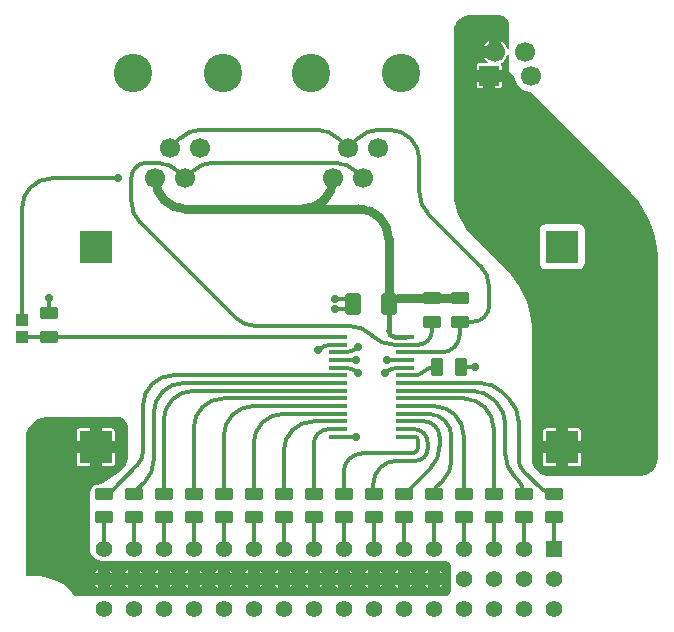
<source format=gtl>
G04 Layer_Physical_Order=1*
G04 Layer_Color=16776960*
%FSLAX43Y43*%
%MOMM*%
G71*
G01*
G75*
%ADD10C,0.300*%
%ADD11C,0.750*%
%ADD12C,0.400*%
G04:AMPARAMS|DCode=13|XSize=1.53mm|YSize=1.02mm|CornerRadius=0.128mm|HoleSize=0mm|Usage=FLASHONLY|Rotation=180.000|XOffset=0mm|YOffset=0mm|HoleType=Round|Shape=RoundedRectangle|*
%AMROUNDEDRECTD13*
21,1,1.530,0.765,0,0,180.0*
21,1,1.275,1.020,0,0,180.0*
1,1,0.255,-0.637,0.383*
1,1,0.255,0.637,0.383*
1,1,0.255,0.637,-0.383*
1,1,0.255,-0.637,-0.383*
%
%ADD13ROUNDEDRECTD13*%
G04:AMPARAMS|DCode=14|XSize=1.47mm|YSize=0.41mm|CornerRadius=0.051mm|HoleSize=0mm|Usage=FLASHONLY|Rotation=0.000|XOffset=0mm|YOffset=0mm|HoleType=Round|Shape=RoundedRectangle|*
%AMROUNDEDRECTD14*
21,1,1.470,0.307,0,0,0.0*
21,1,1.367,0.410,0,0,0.0*
1,1,0.102,0.684,-0.154*
1,1,0.102,-0.684,-0.154*
1,1,0.102,-0.684,0.154*
1,1,0.102,0.684,0.154*
%
%ADD14ROUNDEDRECTD14*%
G04:AMPARAMS|DCode=15|XSize=1.28mm|YSize=1.87mm|CornerRadius=0.16mm|HoleSize=0mm|Usage=FLASHONLY|Rotation=0.000|XOffset=0mm|YOffset=0mm|HoleType=Round|Shape=RoundedRectangle|*
%AMROUNDEDRECTD15*
21,1,1.280,1.550,0,0,0.0*
21,1,0.960,1.870,0,0,0.0*
1,1,0.320,0.480,-0.775*
1,1,0.320,-0.480,-0.775*
1,1,0.320,-0.480,0.775*
1,1,0.320,0.480,0.775*
%
%ADD15ROUNDEDRECTD15*%
G04:AMPARAMS|DCode=16|XSize=1.53mm|YSize=1.02mm|CornerRadius=0.128mm|HoleSize=0mm|Usage=FLASHONLY|Rotation=90.000|XOffset=0mm|YOffset=0mm|HoleType=Round|Shape=RoundedRectangle|*
%AMROUNDEDRECTD16*
21,1,1.530,0.765,0,0,90.0*
21,1,1.275,1.020,0,0,90.0*
1,1,0.255,0.383,0.637*
1,1,0.255,0.383,-0.637*
1,1,0.255,-0.383,-0.637*
1,1,0.255,-0.383,0.637*
%
%ADD16ROUNDEDRECTD16*%
%ADD17R,1.000X1.000*%
%ADD18C,1.700*%
%ADD19C,3.250*%
%ADD20C,1.400*%
%ADD21R,1.400X1.400*%
%ADD22R,1.700X1.700*%
%ADD23R,2.800X2.800*%
%ADD24C,0.700*%
G36*
X11761Y22166D02*
X11924Y22098D01*
X12071Y22000D01*
X12196Y21875D01*
X12294Y21729D01*
X12361Y21566D01*
X12396Y21393D01*
X12396Y21304D01*
Y19396D01*
X12396Y18765D01*
X12396Y18635D01*
X12345Y18378D01*
X12245Y18137D01*
X12100Y17920D01*
X12007Y17828D01*
X12007Y17828D01*
X12007Y17828D01*
X11796Y17616D01*
X11332Y17236D01*
X10834Y16904D01*
X10305Y16622D01*
X10028Y16508D01*
X10028D01*
X10028Y16508D01*
X9785Y16407D01*
X9722D01*
X9595Y16382D01*
X9486Y16310D01*
X9414Y16201D01*
X9412Y16189D01*
X9386Y16168D01*
X9269Y15993D01*
X9213Y15808D01*
X9208Y15792D01*
X9200Y15686D01*
X9200D01*
X9200Y15686D01*
X9200Y11050D01*
X9205Y10947D01*
X9245Y10745D01*
X9324Y10555D01*
X9438Y10384D01*
X9584Y10238D01*
X9755Y10124D01*
X9945Y10045D01*
X10147Y10005D01*
X10250Y10000D01*
X39250Y10000D01*
X39362Y10000D01*
X39570Y9914D01*
X39729Y9755D01*
X39812Y9554D01*
X39815Y9435D01*
D01*
X39815Y9316D01*
X39815Y7565D01*
Y7453D01*
X39729Y7245D01*
X39570Y7086D01*
X39362Y7000D01*
X39250D01*
Y7000D01*
X7925Y7000D01*
X7709Y7282D01*
X7325Y7666D01*
X6894Y7996D01*
X6424Y8268D01*
X5922Y8475D01*
X5398Y8616D01*
X4860Y8687D01*
X4588Y8687D01*
X4588Y8687D01*
X4588Y8687D01*
X3750Y8687D01*
X3750Y20276D01*
X3750Y20465D01*
X3824Y20837D01*
X3969Y21187D01*
X4180Y21502D01*
X4448Y21770D01*
X4763Y21981D01*
X5113Y22126D01*
X5484Y22200D01*
X5674Y22200D01*
X5674Y22200D01*
X11500Y22200D01*
X11588D01*
X11761Y22166D01*
D02*
G37*
G36*
X43900Y56200D02*
X44071Y56166D01*
X44233Y56099D01*
X44378Y56002D01*
X44502Y55878D01*
X44599Y55733D01*
X44666Y55571D01*
X44694Y55431D01*
X44700Y55313D01*
Y55313D01*
X44700Y55313D01*
X44700Y55313D01*
Y53400D01*
X44676Y53365D01*
X44610Y53366D01*
X44539Y53388D01*
X44442Y53622D01*
X44274Y53842D01*
X44055Y54010D01*
X44025Y54022D01*
Y53093D01*
X43525D01*
Y52593D01*
X42596D01*
X42608Y52563D01*
X42776Y52344D01*
X42899Y52250D01*
X42855Y52123D01*
X42158D01*
X42080Y52107D01*
X42014Y52063D01*
X41970Y51997D01*
X41954Y51919D01*
Y51569D01*
X44062D01*
Y51919D01*
X44046Y51997D01*
X44027Y52027D01*
X44047Y52159D01*
X44055Y52176D01*
X44274Y52344D01*
X44442Y52563D01*
X44539Y52797D01*
X44610Y52820D01*
X44676Y52821D01*
X44700Y52785D01*
Y51500D01*
X45149Y51051D01*
X45193Y50717D01*
X45329Y50388D01*
X45545Y50106D01*
X45827Y49890D01*
X46156Y49754D01*
X46490Y49710D01*
X49300Y46900D01*
X54717Y41483D01*
X55023Y41177D01*
X55573Y40507D01*
X56054Y39786D01*
X56463Y39022D01*
X56795Y38222D01*
X57046Y37393D01*
X57215Y36543D01*
X57300Y35680D01*
X57300Y35247D01*
X57300Y35247D01*
X57300Y35247D01*
X57300Y18800D01*
X57300Y18642D01*
X57239Y18333D01*
X57118Y18042D01*
X56943Y17780D01*
X56720Y17557D01*
X56458Y17382D01*
X56167Y17261D01*
X55858Y17200D01*
X55700Y17200D01*
X48082Y17200D01*
X47937Y17200D01*
X47652Y17257D01*
X47384Y17368D01*
X47142Y17529D01*
X46937Y17735D01*
X46776Y17976D01*
X46664Y18244D01*
X46608Y18529D01*
X46608Y18674D01*
X46608Y29386D01*
X46599Y29754D01*
X46527Y30487D01*
X46383Y31208D01*
X46169Y31912D01*
X45888Y32592D01*
X45541Y33241D01*
X45132Y33853D01*
X44665Y34422D01*
X44412Y34688D01*
X44412Y34688D01*
X41575Y37525D01*
X41388Y37712D01*
X41053Y38120D01*
X40760Y38559D01*
X40510Y39025D01*
X40308Y39514D01*
X40155Y40019D01*
X40052Y40538D01*
X40000Y41063D01*
Y41328D01*
X40000Y54817D01*
X40000Y54953D01*
X40053Y55220D01*
X40157Y55472D01*
X40309Y55698D01*
X40502Y55891D01*
X40728Y56043D01*
X40980Y56147D01*
X41247Y56200D01*
X41383Y56200D01*
X41383Y56200D01*
X43900Y56200D01*
D02*
G37*
%LPC*%
G36*
X14940Y7985D02*
X14689D01*
X14798Y7843D01*
X14940Y7734D01*
Y7985D01*
D02*
G37*
G36*
X30180Y7985D02*
X29929D01*
X30038Y7843D01*
X30180Y7734D01*
Y7985D01*
D02*
G37*
G36*
X16191Y7985D02*
X15940D01*
Y7734D01*
X16082Y7843D01*
X16191Y7985D01*
D02*
G37*
G36*
X23811Y7985D02*
X23560D01*
Y7734D01*
X23702Y7843D01*
X23811Y7985D01*
D02*
G37*
G36*
X22560D02*
X22309D01*
X22418Y7843D01*
X22560Y7734D01*
Y7985D01*
D02*
G37*
G36*
X32720Y7985D02*
X32469D01*
X32578Y7843D01*
X32720Y7734D01*
Y7985D01*
D02*
G37*
G36*
X25100D02*
X24849D01*
X24958Y7843D01*
X25100Y7734D01*
Y7985D01*
D02*
G37*
G36*
X21271Y7985D02*
X21020D01*
Y7734D01*
X21162Y7843D01*
X21271Y7985D01*
D02*
G37*
G36*
X25100Y9236D02*
X24958Y9127D01*
X24849Y8985D01*
X25100D01*
Y9236D01*
D02*
G37*
G36*
X26100Y9236D02*
Y8985D01*
X26351D01*
X26242Y9127D01*
X26100Y9236D01*
D02*
G37*
G36*
X33720D02*
Y8985D01*
X33971D01*
X33862Y9127D01*
X33720Y9236D01*
D02*
G37*
G36*
X32720Y9236D02*
X32578Y9127D01*
X32469Y8985D01*
X32720D01*
Y9236D01*
D02*
G37*
G36*
X36511Y7985D02*
X36260D01*
Y7734D01*
X36402Y7843D01*
X36511Y7985D01*
D02*
G37*
G36*
X27640Y9236D02*
X27498Y9127D01*
X27389Y8985D01*
X27640D01*
Y9236D01*
D02*
G37*
G36*
X28640D02*
Y8985D01*
X28891D01*
X28782Y9127D01*
X28640Y9236D01*
D02*
G37*
G36*
X13651Y7985D02*
X13400D01*
Y7734D01*
X13542Y7843D01*
X13651Y7985D01*
D02*
G37*
G36*
X26351Y7985D02*
X26100D01*
Y7734D01*
X26242Y7843D01*
X26351Y7985D01*
D02*
G37*
G36*
X33971D02*
X33720D01*
Y7734D01*
X33862Y7843D01*
X33971Y7985D01*
D02*
G37*
G36*
X12400Y7985D02*
X12149D01*
X12258Y7843D01*
X12400Y7734D01*
Y7985D01*
D02*
G37*
G36*
X27640Y7985D02*
X27389D01*
X27498Y7843D01*
X27640Y7734D01*
Y7985D01*
D02*
G37*
G36*
X28891D02*
X28640D01*
Y7734D01*
X28782Y7843D01*
X28891Y7985D01*
D02*
G37*
G36*
X37800Y7985D02*
X37549D01*
X37658Y7843D01*
X37800Y7734D01*
Y7985D01*
D02*
G37*
G36*
X20020Y7985D02*
X19769D01*
X19878Y7843D01*
X20020Y7734D01*
Y7985D01*
D02*
G37*
G36*
X39051Y7985D02*
X38800D01*
Y7734D01*
X38942Y7843D01*
X39051Y7985D01*
D02*
G37*
G36*
X9860Y7985D02*
X9609D01*
X9718Y7843D01*
X9860Y7734D01*
Y7985D01*
D02*
G37*
G36*
X11111D02*
X10860D01*
Y7734D01*
X11002Y7843D01*
X11111Y7985D01*
D02*
G37*
G36*
X18731D02*
X18480D01*
Y7734D01*
X18622Y7843D01*
X18731Y7985D01*
D02*
G37*
G36*
X35260D02*
X35009D01*
X35118Y7843D01*
X35260Y7734D01*
Y7985D01*
D02*
G37*
G36*
X31431D02*
X31180D01*
Y7734D01*
X31322Y7843D01*
X31431Y7985D01*
D02*
G37*
G36*
X17480D02*
X17229D01*
X17338Y7843D01*
X17480Y7734D01*
Y7985D01*
D02*
G37*
G36*
X11289Y19100D02*
X10185D01*
Y17996D01*
X11085D01*
X11163Y18012D01*
X11229Y18056D01*
X11273Y18122D01*
X11289Y18200D01*
Y19100D01*
D02*
G37*
G36*
X9185D02*
X8081D01*
Y18200D01*
X8097Y18122D01*
X8141Y18056D01*
X8207Y18012D01*
X8285Y17996D01*
X9185D01*
Y19100D01*
D02*
G37*
G36*
X15940Y9236D02*
Y8985D01*
X16191D01*
X16082Y9127D01*
X15940Y9236D01*
D02*
G37*
G36*
X22560Y9236D02*
X22418Y9127D01*
X22309Y8985D01*
X22560D01*
Y9236D01*
D02*
G37*
G36*
X23560D02*
Y8985D01*
X23811D01*
X23702Y9127D01*
X23560Y9236D01*
D02*
G37*
G36*
X9185Y21204D02*
X8285D01*
X8207Y21188D01*
X8141Y21144D01*
X8097Y21078D01*
X8081Y21000D01*
Y20100D01*
X9185D01*
Y21204D01*
D02*
G37*
G36*
X11085D02*
X10185D01*
Y20100D01*
X11289D01*
Y21000D01*
X11273Y21078D01*
X11229Y21144D01*
X11163Y21188D01*
X11085Y21204D01*
D02*
G37*
G36*
X20020Y9236D02*
X19878Y9127D01*
X19769Y8985D01*
X20020D01*
Y9236D01*
D02*
G37*
G36*
X35260D02*
X35118Y9127D01*
X35009Y8985D01*
X35260D01*
Y9236D01*
D02*
G37*
G36*
X17480Y9236D02*
X17338Y9127D01*
X17229Y8985D01*
X17480D01*
Y9236D01*
D02*
G37*
G36*
X38800Y9236D02*
Y8985D01*
X39051D01*
X38942Y9127D01*
X38800Y9236D01*
D02*
G37*
G36*
X37800Y9236D02*
X37658Y9127D01*
X37549Y8985D01*
X37800D01*
Y9236D01*
D02*
G37*
G36*
X12400Y9236D02*
X12258Y9127D01*
X12149Y8985D01*
X12400D01*
Y9236D01*
D02*
G37*
G36*
X13400D02*
Y8985D01*
X13651D01*
X13542Y9127D01*
X13400Y9236D01*
D02*
G37*
G36*
X9860Y9236D02*
X9718Y9127D01*
X9609Y8985D01*
X9860D01*
Y9236D01*
D02*
G37*
G36*
X21020Y9236D02*
Y8985D01*
X21271D01*
X21162Y9127D01*
X21020Y9236D01*
D02*
G37*
G36*
X36260D02*
Y8985D01*
X36511D01*
X36402Y9127D01*
X36260Y9236D01*
D02*
G37*
G36*
X14940Y9236D02*
X14798Y9127D01*
X14689Y8985D01*
X14940D01*
Y9236D01*
D02*
G37*
G36*
X10860Y9236D02*
Y8985D01*
X11111D01*
X11002Y9127D01*
X10860Y9236D01*
D02*
G37*
G36*
X30180Y9236D02*
X30038Y9127D01*
X29929Y8985D01*
X30180D01*
Y9236D01*
D02*
G37*
G36*
X31180Y9236D02*
Y8985D01*
X31431D01*
X31322Y9127D01*
X31180Y9236D01*
D02*
G37*
G36*
X18480Y9236D02*
Y8985D01*
X18731D01*
X18622Y9127D01*
X18480Y9236D01*
D02*
G37*
G36*
X48685Y19100D02*
X47581D01*
Y18200D01*
X47597Y18122D01*
X47641Y18056D01*
X47707Y18012D01*
X47785Y17996D01*
X48685D01*
Y19100D01*
D02*
G37*
G36*
X50789D02*
X49685D01*
Y17996D01*
X50585D01*
X50663Y18012D01*
X50729Y18056D01*
X50773Y18122D01*
X50789Y18200D01*
Y19100D01*
D02*
G37*
G36*
X48685Y21204D02*
X47785D01*
X47707Y21188D01*
X47641Y21144D01*
X47597Y21078D01*
X47581Y21000D01*
Y20100D01*
X48685D01*
Y21204D01*
D02*
G37*
G36*
X42508Y50569D02*
X41954D01*
Y50219D01*
X41970Y50141D01*
X42014Y50075D01*
X42080Y50031D01*
X42158Y50015D01*
X42508D01*
Y50569D01*
D02*
G37*
G36*
X44062D02*
X43508D01*
Y50015D01*
X43858D01*
X43936Y50031D01*
X44002Y50075D01*
X44046Y50141D01*
X44062Y50219D01*
Y50569D01*
D02*
G37*
G36*
X43025Y54022D02*
X42995Y54010D01*
X42776Y53842D01*
X42608Y53622D01*
X42596Y53593D01*
X43025D01*
Y54022D01*
D02*
G37*
G36*
X50585Y38510D02*
X47785D01*
X47590Y38471D01*
X47425Y38360D01*
X47314Y38195D01*
X47275Y38000D01*
Y35200D01*
X47314Y35005D01*
X47425Y34840D01*
X47590Y34729D01*
X47785Y34690D01*
X50585D01*
X50780Y34729D01*
X50945Y34840D01*
X51056Y35005D01*
X51095Y35200D01*
Y38000D01*
X51056Y38195D01*
X50945Y38360D01*
X50780Y38471D01*
X50585Y38510D01*
D02*
G37*
G36*
Y21204D02*
X49685D01*
Y20100D01*
X50789D01*
Y21000D01*
X50773Y21078D01*
X50729Y21144D01*
X50663Y21188D01*
X50585Y21204D01*
D02*
G37*
%LPD*%
D10*
X16240Y25700D02*
G03*
X13700Y23160I0J-2540D01*
G01*
X17140Y25050D02*
G03*
X14600Y22510I0J-2540D01*
G01*
X33046Y29114D02*
G03*
X31250Y29858I-1796J-1796D01*
G01*
X33116Y29044D02*
G03*
X34912Y28300I1796J1796D01*
G01*
X16704Y42956D02*
G03*
X14908Y43700I-1796J-1796D01*
G01*
X21498Y30602D02*
G03*
X23295Y29858I1796J1796D01*
G01*
X14015Y43700D02*
G03*
X12700Y42385I0J-1315D01*
G01*
Y40452D02*
G03*
X13444Y38656I2540J0D01*
G01*
X44058Y24306D02*
G03*
X42262Y25050I-1796J-1796D01*
G01*
X45500Y21812D02*
G03*
X44756Y23608I-2540J0D01*
G01*
X44380Y21568D02*
G03*
X43636Y23364I-2540J0D01*
G01*
X43344Y23656D02*
G03*
X41548Y24400I-1796J-1796D01*
G01*
X41643Y30243D02*
G03*
X43000Y31600I0J1357D01*
G01*
Y33188D02*
G03*
X42256Y34984I-2540J0D01*
G01*
X37100Y41192D02*
G03*
X37844Y39396I2540J0D01*
G01*
X37100Y43960D02*
G03*
X34560Y46500I-2540J0D01*
G01*
X33682D02*
G03*
X31886Y45756I0J-2540D01*
G01*
X37994Y30100D02*
G03*
X38137Y30243I0J142D01*
G01*
X31754Y42956D02*
G03*
X29958Y43700I-1796J-1796D01*
G01*
X19642D02*
G03*
X17846Y42956I0J-2540D01*
G01*
X18632Y46500D02*
G03*
X16836Y45756I0J-2540D01*
G01*
X30224D02*
G03*
X28428Y46500I-1796J-1796D01*
G01*
X38392Y26400D02*
G03*
X37426Y26000I0J-1366D01*
G01*
X36702Y25700D02*
G03*
X37426Y26000I0J1024D01*
G01*
X39000Y27650D02*
G03*
X40500Y29150I0J1500D01*
G01*
X37037Y28300D02*
G03*
X38137Y29400I0J1100D01*
G01*
X37800Y20000D02*
G03*
X36650Y21150I-1150J0D01*
G01*
X36760Y18465D02*
G03*
X37800Y19505I0J1040D01*
G01*
X38800Y20500D02*
G03*
X37500Y21800I-1300J0D01*
G01*
X39815Y20500D02*
G03*
X37865Y22450I-1950J0D01*
G01*
X37000Y20200D02*
G03*
X36700Y20500I-300J0D01*
G01*
X36504Y19100D02*
G03*
X37000Y19596I0J496D01*
G01*
X31900Y25900D02*
G03*
X30814Y26350I-1086J-1086D01*
G01*
X35256Y26350D02*
G03*
X34170Y25900I0J-1536D01*
G01*
X30814Y27650D02*
G03*
X31900Y28100I0J1536D01*
G01*
X29636Y28300D02*
G03*
X28550Y27850I0J-1536D01*
G01*
X45500Y18576D02*
G03*
X45893Y17627I1343J0D01*
G01*
X47383Y16137D02*
G03*
X48460Y15691I1077J1077D01*
G01*
X44380Y18972D02*
G03*
X45124Y17176I2540J0D01*
G01*
X45920Y15691D02*
G03*
X45433Y16867I-1664J0D01*
G01*
X43380Y21210D02*
G03*
X40840Y23750I-2540J0D01*
G01*
X40840Y20590D02*
G03*
X38330Y23100I-2510J0D01*
G01*
X38519Y16219D02*
G03*
X38300Y15691I528J-528D01*
G01*
X39071Y16771D02*
G03*
X39815Y18567I-1796J1796D01*
G01*
X35760Y15691D02*
G03*
X35941Y15766I0J256D01*
G01*
X38056Y17881D02*
G03*
X38800Y19677I-1796J1796D01*
G01*
X33200Y15739D02*
G03*
X33220Y15691I68J0D01*
G01*
X35165Y18465D02*
G03*
X33200Y16500I0J-1965D01*
G01*
X32280Y19100D02*
G03*
X30680Y17500I0J-1600D01*
G01*
X29440Y21150D02*
G03*
X28140Y19850I0J-1300D01*
G01*
X28140Y21800D02*
G03*
X25600Y19260I0J-2540D01*
G01*
X25600Y22450D02*
G03*
X23060Y19910I0J-2540D01*
G01*
X23060Y23100D02*
G03*
X20520Y20560I0J-2540D01*
G01*
X20520Y23750D02*
G03*
X17980Y21210I0J-2540D01*
G01*
X17980Y24400D02*
G03*
X15440Y21860I0J-2540D01*
G01*
X12942Y15792D02*
G03*
X12900Y15691I101J-101D01*
G01*
X13856Y16706D02*
G03*
X14600Y18502I-1796J1796D01*
G01*
X13229Y18115D02*
G03*
X13700Y19252I-1137J1137D01*
G01*
X10360Y15691D02*
G03*
X11120Y16006I0J1074D01*
G01*
X3490Y28985D02*
G03*
X3448Y28968I0J-60D01*
G01*
X5988Y42385D02*
G03*
X3448Y39845I0J-2540D01*
G01*
X14600Y18502D02*
Y22510D01*
X35845Y28300D02*
X37037D01*
X34912D02*
X35845D01*
X33046Y29114D02*
X33116Y29044D01*
X17275Y42385D02*
X17846Y42956D01*
X16704D02*
X17275Y42385D01*
X14015Y43700D02*
X14908D01*
X23295Y29858D02*
X31250D01*
X13444Y38656D02*
X21498Y30602D01*
X12700Y40452D02*
Y42385D01*
X35845Y25050D02*
X42262D01*
X44058Y24306D02*
X44756Y23608D01*
X35845Y24400D02*
X41548D01*
X43344Y23656D02*
X43636Y23364D01*
X43000Y31600D02*
Y33188D01*
X37844Y39396D02*
X42256Y34984D01*
X37100Y41192D02*
Y43960D01*
X33682Y46500D02*
X34560D01*
X31754Y42956D02*
X32325Y42385D01*
X19642Y43700D02*
X29958D01*
X40500Y30243D02*
X41643D01*
X30224Y45756D02*
X31055Y44925D01*
X31886Y45756D01*
X18632Y46500D02*
X28428D01*
X16005Y44925D02*
X16836Y45756D01*
X38392Y26400D02*
X38593D01*
X35845Y25700D02*
X36702D01*
X35845Y27650D02*
X39000D01*
X40500Y29150D02*
Y30243D01*
X38137Y29400D02*
Y30243D01*
X29440Y21150D02*
X30225D01*
X28140Y21800D02*
X30225D01*
X25600Y22450D02*
X30225D01*
X23060Y23100D02*
X30225D01*
X20520Y23750D02*
X30225D01*
X17980Y24400D02*
X30225D01*
X17140Y25050D02*
X30225D01*
X16240Y25700D02*
X30225D01*
X35845Y21150D02*
X36650D01*
X37800Y19505D02*
Y20000D01*
X35165Y18465D02*
X36760D01*
X35845Y21800D02*
X37500D01*
X38800Y19677D02*
Y20500D01*
X35845Y22450D02*
X37865D01*
X39815Y18567D02*
Y20500D01*
X35845Y23100D02*
X38330D01*
X35845Y23750D02*
X40840D01*
X37000Y19596D02*
Y20200D01*
X32280Y19100D02*
X36504D01*
X30225Y20500D02*
X31700D01*
X35845Y20500D02*
X36700D01*
X30225Y26350D02*
X30814D01*
X35256Y26350D02*
X35845D01*
X34370Y27000D02*
X35845D01*
X30225Y27000D02*
X31700D01*
X30225Y27650D02*
X30814Y27650D01*
X29636Y28300D02*
X30225D01*
X29945Y32200D02*
X31420D01*
X29945Y31300D02*
X31420D01*
X40608Y26400D02*
X41840D01*
X45500Y18576D02*
Y21812D01*
X45893Y17627D02*
X47383Y16137D01*
X44380Y18972D02*
Y21568D01*
X45124Y17176D02*
X45433Y16867D01*
X43380Y15691D02*
Y21210D01*
X40840Y15691D02*
X40840Y15691D01*
X40840Y15691D02*
Y20590D01*
X38519Y16219D02*
X39071Y16771D01*
X35941Y15766D02*
X38056Y17881D01*
X33200Y15739D02*
Y16500D01*
X30680Y15691D02*
X30680Y15691D01*
X30680Y15691D02*
Y17500D01*
X28140Y15691D02*
X28140Y15691D01*
X28140Y15691D02*
Y19850D01*
X25600Y15691D02*
X25600Y15691D01*
X25600Y15691D02*
Y19260D01*
X23060Y15691D02*
Y19910D01*
X20520Y15691D02*
Y20560D01*
X17980Y15691D02*
Y21210D01*
X15440Y15691D02*
Y21860D01*
X12942Y15792D02*
X13856Y16706D01*
X13700Y19252D02*
Y23160D01*
X11120Y16006D02*
X13229Y18115D01*
X10360Y11025D02*
Y13676D01*
X12900Y11025D02*
Y13676D01*
X15440Y11025D02*
Y13676D01*
X17980Y11025D02*
Y13676D01*
X20520Y11025D02*
Y13676D01*
X33220Y11025D02*
Y13676D01*
X30680Y11025D02*
Y13676D01*
X28140Y11025D02*
Y13676D01*
X25600Y11025D02*
Y13676D01*
X23060Y11025D02*
Y13676D01*
X45920Y11025D02*
Y13676D01*
X43380Y11025D02*
Y13676D01*
X40840Y11025D02*
Y13676D01*
X38300Y11025D02*
Y13676D01*
X35760Y11025D02*
Y13676D01*
X48460Y11025D02*
Y13676D01*
X3490Y28985D02*
X5750D01*
Y28950D02*
X30225D01*
X5750Y31000D02*
Y32232D01*
X5988Y42385D02*
X11600D01*
X3448Y30368D02*
Y39845D01*
D11*
X35657Y32257D02*
G03*
X34494Y31776I0J-1644D01*
G01*
Y37260D02*
G03*
X31954Y39800I-2540J0D01*
G01*
X27245D02*
G03*
X29785Y42340I0J2540D01*
G01*
X14735D02*
G03*
X17275Y39800I2540J0D01*
G01*
X35657Y32257D02*
X38137D01*
X34494Y31776D02*
Y37260D01*
X38137Y32257D02*
X40500D01*
X17275Y39800D02*
X27245D01*
X31954D01*
X29785Y42340D02*
Y42385D01*
X14735Y42340D02*
Y42385D01*
D12*
X34494Y29460D02*
G03*
X35005Y28950I510J0D01*
G01*
X34494Y29460D02*
Y31776D01*
X35005Y28950D02*
X35845D01*
D13*
X48460Y13676D02*
D03*
Y15691D02*
D03*
X45920Y13676D02*
D03*
Y15691D02*
D03*
X43380Y13676D02*
D03*
Y15691D02*
D03*
X40840Y13676D02*
D03*
Y15691D02*
D03*
X38300Y13676D02*
D03*
Y15691D02*
D03*
X35760Y13676D02*
D03*
Y15691D02*
D03*
X33220Y13676D02*
D03*
Y15691D02*
D03*
X30680Y13676D02*
D03*
Y15691D02*
D03*
X28140Y13676D02*
D03*
Y15691D02*
D03*
X25600Y13676D02*
D03*
Y15691D02*
D03*
X23060Y13676D02*
D03*
Y15691D02*
D03*
X20520Y13676D02*
D03*
Y15691D02*
D03*
X17980Y13676D02*
D03*
Y15691D02*
D03*
X15440Y13676D02*
D03*
Y15691D02*
D03*
X12900Y13676D02*
D03*
Y15691D02*
D03*
X10360Y13676D02*
D03*
Y15691D02*
D03*
X38137Y30243D02*
D03*
X38137Y32257D02*
D03*
X40500Y30243D02*
D03*
X40500Y32257D02*
D03*
X5750Y28985D02*
D03*
Y31000D02*
D03*
D14*
X35845Y21150D02*
D03*
X35845Y20500D02*
D03*
X30225Y20500D02*
D03*
X35845Y22450D02*
D03*
X35845Y23100D02*
D03*
X35845Y23750D02*
D03*
X35845Y24400D02*
D03*
Y21800D02*
D03*
X30225Y21150D02*
D03*
X30225Y21800D02*
D03*
X30225Y24400D02*
D03*
X30225Y23750D02*
D03*
X30225Y23100D02*
D03*
X30225Y22450D02*
D03*
X35845Y26350D02*
D03*
X35845Y27000D02*
D03*
X30225Y26350D02*
D03*
X30225Y27000D02*
D03*
X35845Y27650D02*
D03*
X35845Y28300D02*
D03*
X35845Y28950D02*
D03*
X35845Y25700D02*
D03*
X30225Y27650D02*
D03*
X30225Y28300D02*
D03*
Y28950D02*
D03*
X30225Y25700D02*
D03*
X30225Y25050D02*
D03*
X35845Y25050D02*
D03*
D15*
X34494Y31776D02*
D03*
X31494D02*
D03*
D16*
X38593Y26400D02*
D03*
X40608Y26400D02*
D03*
D17*
X3448Y30368D02*
D03*
Y28968D02*
D03*
D18*
X46025Y53093D02*
D03*
X43525Y53093D02*
D03*
X14735Y42385D02*
D03*
X16005Y44925D02*
D03*
X17275Y42385D02*
D03*
X18545Y44925D02*
D03*
X29785Y42385D02*
D03*
X31055Y44925D02*
D03*
X32325Y42385D02*
D03*
X33595Y44925D02*
D03*
X46508Y51069D02*
D03*
D19*
X20500Y51275D02*
D03*
X12845D02*
D03*
X35550D02*
D03*
X27895D02*
D03*
D20*
X40840Y5945D02*
D03*
X43380Y5945D02*
D03*
X45920Y5945D02*
D03*
X48460Y5945D02*
D03*
X10360Y5945D02*
D03*
X12900Y5945D02*
D03*
X17980Y5945D02*
D03*
X15440D02*
D03*
X25600Y5945D02*
D03*
X28140Y5945D02*
D03*
X33220Y5945D02*
D03*
X30680Y5945D02*
D03*
X23060Y5945D02*
D03*
X20520Y5945D02*
D03*
X35760Y5945D02*
D03*
X38300Y5945D02*
D03*
X38300Y8485D02*
D03*
X35760Y8485D02*
D03*
X20520D02*
D03*
X23060Y8485D02*
D03*
X30680Y8485D02*
D03*
X33220Y8485D02*
D03*
X28140Y8485D02*
D03*
X25600Y8485D02*
D03*
X15440Y8485D02*
D03*
X17980Y8485D02*
D03*
X12900Y8485D02*
D03*
X10360Y8485D02*
D03*
X48460D02*
D03*
X45920Y8485D02*
D03*
X43380Y8485D02*
D03*
X40840Y8485D02*
D03*
X10360Y11025D02*
D03*
X12900Y11025D02*
D03*
X17980Y11025D02*
D03*
X15440Y11025D02*
D03*
X25600Y11025D02*
D03*
X28140Y11025D02*
D03*
X33220Y11025D02*
D03*
X30680Y11025D02*
D03*
X23060D02*
D03*
X20520Y11025D02*
D03*
X35760Y11025D02*
D03*
X43380Y11025D02*
D03*
X45920Y11025D02*
D03*
X40840Y11025D02*
D03*
X38300Y11025D02*
D03*
D21*
X48460Y11025D02*
D03*
D22*
X43008Y51069D02*
D03*
D23*
X9685Y36600D02*
D03*
Y19600D02*
D03*
X49185Y36600D02*
D03*
Y19600D02*
D03*
D24*
X31700Y20500D02*
D03*
X31900Y25900D02*
D03*
X34170Y25900D02*
D03*
X34370Y27000D02*
D03*
X31700Y27000D02*
D03*
X31900Y28100D02*
D03*
X28550Y27850D02*
D03*
X29945Y32200D02*
D03*
Y31300D02*
D03*
X41840Y26400D02*
D03*
X5750Y32232D02*
D03*
X11600Y42385D02*
D03*
M02*

</source>
